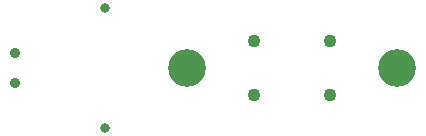
<source format=gbr>
%TF.GenerationSoftware,KiCad,Pcbnew,(7.0.0)*%
%TF.CreationDate,2023-02-26T22:34:58+01:00*%
%TF.ProjectId,Prj_1_LED_torch,50726a5f-315f-44c4-9544-5f746f726368,0.1*%
%TF.SameCoordinates,Original*%
%TF.FileFunction,Plated,1,2,PTH,Drill*%
%TF.FilePolarity,Positive*%
%FSLAX46Y46*%
G04 Gerber Fmt 4.6, Leading zero omitted, Abs format (unit mm)*
G04 Created by KiCad (PCBNEW (7.0.0)) date 2023-02-26 22:34:58*
%MOMM*%
%LPD*%
G01*
G04 APERTURE LIST*
%TA.AperFunction,ComponentDrill*%
%ADD10C,0.800000*%
%TD*%
%TA.AperFunction,ComponentDrill*%
%ADD11C,0.900000*%
%TD*%
%TA.AperFunction,ComponentDrill*%
%ADD12C,1.100000*%
%TD*%
%TA.AperFunction,ComponentDrill*%
%ADD13C,3.200000*%
%TD*%
G04 APERTURE END LIST*
D10*
%TO.C,R1*%
X116280000Y-140970000D03*
X116280000Y-151130000D03*
D11*
%TO.C,D1*%
X108660000Y-144780000D03*
X108660000Y-147320000D03*
D12*
%TO.C,SW1*%
X128830000Y-143800000D03*
X128830000Y-148300000D03*
X135330000Y-143800000D03*
X135330000Y-148300000D03*
D13*
%TO.C,MH_1*%
X123190000Y-146050000D03*
%TO.C,MH_2*%
X140970000Y-146050000D03*
M02*

</source>
